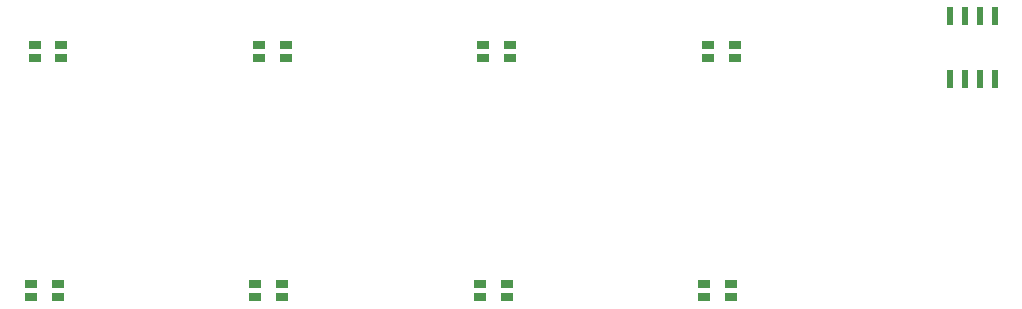
<source format=gbr>
%TF.GenerationSoftware,KiCad,Pcbnew,8.0.2*%
%TF.CreationDate,2024-06-01T03:16:02+02:00*%
%TF.ProjectId,Hellboard,48656c6c-626f-4617-9264-2e6b69636164,rev?*%
%TF.SameCoordinates,Original*%
%TF.FileFunction,Paste,Top*%
%TF.FilePolarity,Positive*%
%FSLAX46Y46*%
G04 Gerber Fmt 4.6, Leading zero omitted, Abs format (unit mm)*
G04 Created by KiCad (PCBNEW 8.0.2) date 2024-06-01 03:16:02*
%MOMM*%
%LPD*%
G01*
G04 APERTURE LIST*
%ADD10R,1.135000X0.700000*%
%ADD11R,0.558000X1.538199*%
G04 APERTURE END LIST*
D10*
%TO.C,D6*%
X74082500Y-77850000D03*
X74082500Y-76750000D03*
X71817500Y-76750000D03*
X71817500Y-77850000D03*
%TD*%
%TO.C,D8*%
X112082500Y-77850000D03*
X112082500Y-76750000D03*
X109817500Y-76750000D03*
X109817500Y-77850000D03*
%TD*%
D11*
%TO.C,CR1*%
X134400000Y-54010600D03*
X133130000Y-54010600D03*
X131860000Y-54010600D03*
X130590000Y-54010600D03*
X130590000Y-59370000D03*
X131860000Y-59370000D03*
X133130000Y-59370000D03*
X134400000Y-59370000D03*
%TD*%
D10*
%TO.C,D1*%
X110117500Y-56450000D03*
X110117500Y-57550000D03*
X112382500Y-57550000D03*
X112382500Y-56450000D03*
%TD*%
%TO.C,D2*%
X91117500Y-56450000D03*
X91117500Y-57550000D03*
X93382500Y-57550000D03*
X93382500Y-56450000D03*
%TD*%
%TO.C,D3*%
X72117500Y-56450000D03*
X72117500Y-57550000D03*
X74382500Y-57550000D03*
X74382500Y-56450000D03*
%TD*%
%TO.C,D7*%
X93082500Y-77850000D03*
X93082500Y-76750000D03*
X90817500Y-76750000D03*
X90817500Y-77850000D03*
%TD*%
%TO.C,D4*%
X53117500Y-56450000D03*
X53117500Y-57550000D03*
X55382500Y-57550000D03*
X55382500Y-56450000D03*
%TD*%
%TO.C,D5*%
X55082500Y-77850000D03*
X55082500Y-76750000D03*
X52817500Y-76750000D03*
X52817500Y-77850000D03*
%TD*%
M02*

</source>
